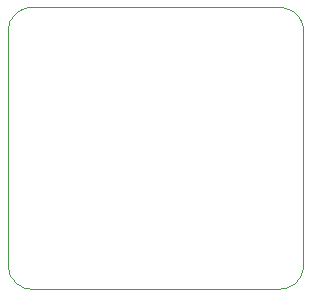
<source format=gm1>
G04*
G04 #@! TF.GenerationSoftware,Altium Limited,Altium Designer,20.0.13 (296)*
G04*
G04 Layer_Color=16711935*
%FSLAX44Y44*%
%MOMM*%
G71*
G01*
G75*
%ADD53C,0.0500*%
D53*
X20000Y238620D02*
X17390Y238449D01*
X14824Y237938D01*
X12346Y237098D01*
X10000Y235940D01*
X7825Y234487D01*
X5858Y232762D01*
X4133Y230795D01*
X2679Y228620D01*
X1522Y226274D01*
X681Y223796D01*
X171Y221231D01*
X0Y218620D01*
Y20000D02*
X171Y17390D01*
X681Y14824D01*
X1522Y12346D01*
X2679Y10000D01*
X4133Y7825D01*
X5858Y5858D01*
X7825Y4133D01*
X10000Y2679D01*
X12346Y1522D01*
X14824Y681D01*
X17390Y171D01*
X20000Y0D01*
X230000D02*
X232610Y171D01*
X235176Y681D01*
X237654Y1522D01*
X240000Y2679D01*
X242175Y4133D01*
X244142Y5858D01*
X245867Y7825D01*
X247320Y10000D01*
X248478Y12346D01*
X249319Y14824D01*
X249829Y17390D01*
X250000Y20000D01*
Y218620D02*
X249829Y221231D01*
X249319Y223796D01*
X248478Y226274D01*
X247320Y228620D01*
X245867Y230795D01*
X244142Y232762D01*
X242175Y234487D01*
X240000Y235940D01*
X237654Y237098D01*
X235176Y237938D01*
X232610Y238449D01*
X230000Y238620D01*
X0Y20000D02*
Y218620D01*
X20000Y-0D02*
X230000Y-0D01*
X250000Y218620D02*
X250000Y20000D01*
X20000Y238620D02*
X230000D01*
M02*

</source>
